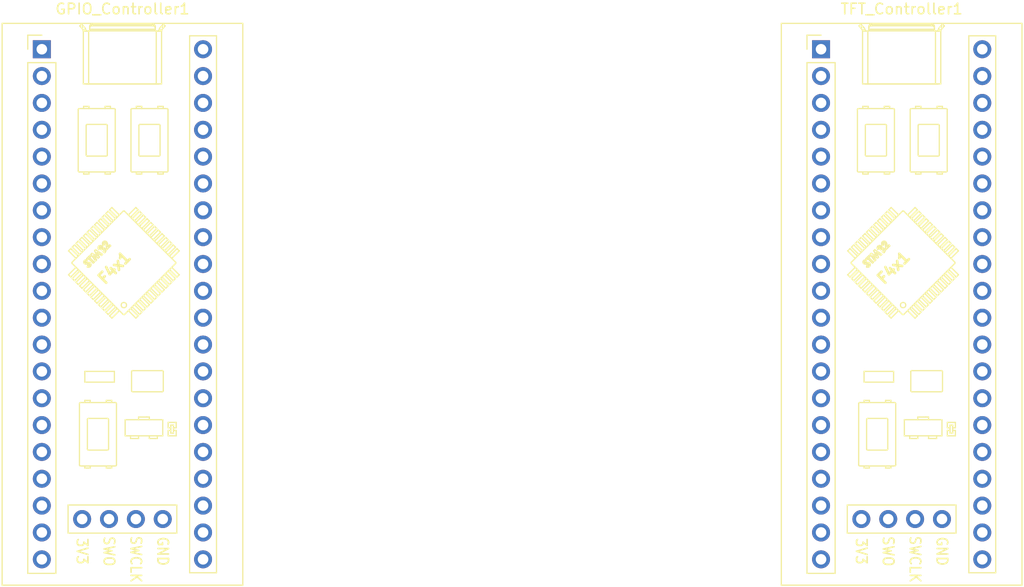
<source format=kicad_pcb>
(kicad_pcb (version 20211014) (generator pcbnew)
  (layers (0 "F.Cu" signal) (31 "B.Cu" signal) (34 "B.Paste" user) (35 "F.Paste" user) (36 "B.SilkS" user "B.Silkscreen") (37 "F.SilkS" user "F.Silkscreen") (38 "B.Mask" user) (39 "F.Mask" user) (44 "Edge.Cuts" user))
  (net 0 "")
  (net 8 "Net-(TFT_Controller1-Pad9)")
  (net 9 "Net-(TFT_Controller1-Pad8)")
  (net 19 "GND")
  (footprint "blackpill_grados73:GRADOS73_BlackPill_F411_SWD" (layer "F.Cu") (at 71.12 53.34)
    (fp_text reference "GPIO_Controller1" (at 7.62 -3.81) (layer "F.SilkS"))
    (fp_text value "BlackPill_v2.0_F411_grados73" hide)
    (fp_text user "SWCLK" (at 8.89 48.26 270 unlocked) (layer "F.SilkS") (effects (font (size 1 0.9))))
    (fp_text user "3V3" (at 3.81 47.498 270 unlocked) (layer "F.SilkS") (effects (font (size 1 0.9))))
    (fp_text user "SWO" (at 6.35 47.498 270 unlocked) (layer "F.SilkS") (effects (font (size 1 0.9))))
    (fp_text user "F4x1" (at 6.858 20.6756 45 unlocked) (layer "F.SilkS") (effects (font (thickness 0.25))))
    (fp_text user "GND" (at 11.43 47.498 270 unlocked) (layer "F.SilkS") (effects (font (size 1 0.9))))
    (pad "1" thru_hole circle (at 15.24 48.26) (size 1.7 1.7) (drill 1) (layers *.Cu *.Mask))
    (pad "2" thru_hole circle (at 15.24 45.72) (size 1.7 1.7) (drill 1) (layers *.Cu *.Mask))
    (pad "3" thru_hole circle (at 15.24 43.18) (size 1.7 1.7) (drill 1) (layers *.Cu *.Mask))
    (pad "4" thru_hole circle (at 15.24 40.64) (size 1.7 1.7) (drill 1) (layers *.Cu *.Mask))
    (pad "5" thru_hole circle (at 15.24 38.1) (size 1.7 1.7) (drill 1) (layers *.Cu *.Mask))
    (pad "6" thru_hole circle (at 15.24 35.56) (size 1.7 1.7) (drill 1) (layers *.Cu *.Mask))
    (pad "7" thru_hole circle (at 15.24 33.02) (size 1.7 1.7) (drill 1) (layers *.Cu *.Mask))
    (pad "8" thru_hole circle (at 15.24 30.48) (size 1.7 1.7) (drill 1) (layers *.Cu *.Mask) (net 8 "Net-(TFT_Controller1-Pad9)"))
    (pad "9" thru_hole circle (at 15.24 27.94) (size 1.7 1.7) (drill 1) (layers *.Cu *.Mask) (net 9 "Net-(TFT_Controller1-Pad8)"))
    (pad "10" thru_hole circle (at 15.24 25.4) (size 1.7 1.7) (drill 1) (layers *.Cu *.Mask))
    (pad "11" thru_hole circle (at 15.24 22.86) (size 1.7 1.7) (drill 1) (layers *.Cu *.Mask))
    (pad "12" thru_hole circle (at 15.24 20.32) (size 1.7 1.7) (drill 1) (layers *.Cu *.Mask))
    (pad "13" thru_hole circle (at 15.24 17.78) (size 1.7 1.7) (drill 1) (layers *.Cu *.Mask))
    (pad "14" thru_hole circle (at 15.24 15.24) (size 1.7 1.7) (drill 1) (layers *.Cu *.Mask))
    (pad "15" thru_hole circle (at 15.24 12.7) (size 1.7 1.7) (drill 1) (layers *.Cu *.Mask))
    (pad "16" thru_hole circle (at 15.24 10.16) (size 1.7 1.7) (drill 1) (layers *.Cu *.Mask))
    (pad "17" thru_hole circle (at 15.24 7.62) (size 1.7 1.7) (drill 1) (layers *.Cu *.Mask))
    (pad "18" thru_hole circle (at 15.24 5.08) (size 1.7 1.7) (drill 1) (layers *.Cu *.Mask))
    (pad "19" thru_hole circle (at 15.24 2.54) (size 1.7 1.7) (drill 1) (layers *.Cu *.Mask) (net 19 "GND"))
    (pad "20" thru_hole circle (at 15.24 0) (size 1.7 1.7) (drill 1) (layers *.Cu *.Mask))
    (pad "21" thru_hole rect (at 0 0) (size 1.7 1.7) (drill 1) (layers *.Cu *.Mask))
    (pad "22" thru_hole circle (at 0 2.54) (size 1.7 1.7) (drill 1) (layers *.Cu *.Mask))
    (pad "23" thru_hole circle (at 0 5.08) (size 1.7 1.7) (drill 1) (layers *.Cu *.Mask))
    (pad "24" thru_hole circle (at 0 7.62) (size 1.7 1.7) (drill 1) (layers *.Cu *.Mask))
    (pad "25" thru_hole circle (at 0 10.16) (size 1.7 1.7) (drill 1) (layers *.Cu *.Mask))
    (pad "26" thru_hole circle (at 0 12.7) (size 1.7 1.7) (drill 1) (layers *.Cu *.Mask))
    (pad "27" thru_hole circle (at 0 15.24) (size 1.7 1.7) (drill 1) (layers *.Cu *.Mask))
    (pad "28" thru_hole circle (at 0 17.78) (size 1.7 1.7) (drill 1) (layers *.Cu *.Mask))
    (pad "29" thru_hole circle (at 0 20.32) (size 1.7 1.7) (drill 1) (layers *.Cu *.Mask))
    (pad "30" thru_hole circle (at 0 22.86) (size 1.7 1.7) (drill 1) (layers *.Cu *.Mask))
    (pad "31" thru_hole circle (at 0 25.4) (size 1.7 1.7) (drill 1) (layers *.Cu *.Mask))
    (pad "32" thru_hole circle (at 0 27.94) (size 1.7 1.7) (drill 1) (layers *.Cu *.Mask))
    (pad "33" thru_hole circle (at 0 30.48) (size 1.7 1.7) (drill 1) (layers *.Cu *.Mask))
    (pad "34" thru_hole circle (at 0 33.02) (size 1.7 1.7) (drill 1) (layers *.Cu *.Mask))
    (pad "35" thru_hole circle (at 0 35.56) (size 1.7 1.7) (drill 1) (layers *.Cu *.Mask))
    (pad "36" thru_hole circle (at 0 38.1) (size 1.7 1.7) (drill 1) (layers *.Cu *.Mask))
    (pad "37" thru_hole circle (at 0 40.64) (size 1.7 1.7) (drill 1) (layers *.Cu *.Mask))
    (pad "38" thru_hole circle (at 0 43.18) (size 1.7 1.7) (drill 1) (layers *.Cu *.Mask))
    (pad "39" thru_hole circle (at 0 45.72) (size 1.7 1.7) (drill 1) (layers *.Cu *.Mask))
    (pad "40" thru_hole circle (at 0 48.26) (size 1.7 1.7) (drill 1) (layers *.Cu *.Mask))
    (pad "41" thru_hole circle (at 11.43 44.45) (size 1.7 1.7) (drill 1) (layers *.Cu *.Mask))
    (pad "42" thru_hole circle (at 8.89 44.45) (size 1.7 1.7) (drill 1) (layers *.Cu *.Mask))
    (pad "43" thru_hole circle (at 6.35 44.45) (size 1.7 1.7) (drill 1) (layers *.Cu *.Mask))
    (pad "44" thru_hole circle (at 3.81 44.45) (size 1.7 1.7) (drill 1) (layers *.Cu *.Mask))
  )
  (footprint "blackpill_grados73:GRADOS73_BlackPill_F411_SWD" (layer "F.Cu") (at 144.78 53.34)
    (fp_text reference "TFT_Controller1" (at 7.62 -3.81) (layer "F.SilkS"))
    (fp_text value "BlackPill_v2.0_F411_grados73" hide)
    (fp_text user "3V3" (at 3.81 47.498 270 unlocked) (layer "F.SilkS") (effects (font (size 1 0.9))))
    (fp_text user "F4x1" (at 6.858 20.6756 45 unlocked) (layer "F.SilkS") (effects (font (thickness 0.25))))
    (fp_text user "GND" (at 11.43 47.498 270 unlocked) (layer "F.SilkS") (effects (font (size 1 0.9))))
    (fp_text user "SWO" (at 6.35 47.498 270 unlocked) (layer "F.SilkS") (effects (font (size 1 0.9))))
    (fp_text user "SWCLK" (at 8.89 48.26 270 unlocked) (layer "F.SilkS") (effects (font (size 1 0.9))))
    (pad "1" thru_hole circle (at 15.24 48.26) (size 1.7 1.7) (drill 1) (layers *.Cu *.Mask))
    (pad "2" thru_hole circle (at 15.24 45.72) (size 1.7 1.7) (drill 1) (layers *.Cu *.Mask))
    (pad "3" thru_hole circle (at 15.24 43.18) (size 1.7 1.7) (drill 1) (layers *.Cu *.Mask))
    (pad "4" thru_hole circle (at 15.24 40.64) (size 1.7 1.7) (drill 1) (layers *.Cu *.Mask))
    (pad "5" thru_hole circle (at 15.24 38.1) (size 1.7 1.7) (drill 1) (layers *.Cu *.Mask))
    (pad "6" thru_hole circle (at 15.24 35.56) (size 1.7 1.7) (drill 1) (layers *.Cu *.Mask))
    (pad "7" thru_hole circle (at 15.24 33.02) (size 1.7 1.7) (drill 1) (layers *.Cu *.Mask))
    (pad "8" thru_hole circle (at 15.24 30.48) (size 1.7 1.7) (drill 1) (layers *.Cu *.Mask) (net 9 "Net-(TFT_Controller1-Pad8)"))
    (pad "9" thru_hole circle (at 15.24 27.94) (size 1.7 1.7) (drill 1) (layers *.Cu *.Mask) (net 8 "Net-(TFT_Controller1-Pad9)"))
    (pad "10" thru_hole circle (at 15.24 25.4) (size 1.7 1.7) (drill 1) (layers *.Cu *.Mask))
    (pad "11" thru_hole circle (at 15.24 22.86) (size 1.7 1.7) (drill 1) (layers *.Cu *.Mask))
    (pad "12" thru_hole circle (at 15.24 20.32) (size 1.7 1.7) (drill 1) (layers *.Cu *.Mask))
    (pad "13" thru_hole circle (at 15.24 17.78) (size 1.7 1.7) (drill 1) (layers *.Cu *.Mask))
    (pad "14" thru_hole circle (at 15.24 15.24) (size 1.7 1.7) (drill 1) (layers *.Cu *.Mask))
    (pad "15" thru_hole circle (at 15.24 12.7) (size 1.7 1.7) (drill 1) (layers *.Cu *.Mask))
    (pad "16" thru_hole circle (at 15.24 10.16) (size 1.7 1.7) (drill 1) (layers *.Cu *.Mask))
    (pad "17" thru_hole circle (at 15.24 7.62) (size 1.7 1.7) (drill 1) (layers *.Cu *.Mask))
    (pad "18" thru_hole circle (at 15.24 5.08) (size 1.7 1.7) (drill 1) (layers *.Cu *.Mask))
    (pad "19" thru_hole circle (at 15.24 2.54) (size 1.7 1.7) (drill 1) (layers *.Cu *.Mask))
    (pad "20" thru_hole circle (at 15.24 0) (size 1.7 1.7) (drill 1) (layers *.Cu *.Mask))
    (pad "21" thru_hole rect (at 0 0) (size 1.7 1.7) (drill 1) (layers *.Cu *.Mask))
    (pad "22" thru_hole circle (at 0 2.54) (size 1.7 1.7) (drill 1) (layers *.Cu *.Mask))
    (pad "23" thru_hole circle (at 0 5.08) (size 1.7 1.7) (drill 1) (layers *.Cu *.Mask))
    (pad "24" thru_hole circle (at 0 7.62) (size 1.7 1.7) (drill 1) (layers *.Cu *.Mask))
    (pad "25" thru_hole circle (at 0 10.16) (size 1.7 1.7) (drill 1) (layers *.Cu *.Mask))
    (pad "26" thru_hole circle (at 0 12.7) (size 1.7 1.7) (drill 1) (layers *.Cu *.Mask))
    (pad "27" thru_hole circle (at 0 15.24) (size 1.7 1.7) (drill 1) (layers *.Cu *.Mask))
    (pad "28" thru_hole circle (at 0 17.78) (size 1.7 1.7) (drill 1) (layers *.Cu *.Mask))
    (pad "29" thru_hole circle (at 0 20.32) (size 1.7 1.7) (drill 1) (layers *.Cu *.Mask))
    (pad "30" thru_hole circle (at 0 22.86) (size 1.7 1.7) (drill 1) (layers *.Cu *.Mask))
    (pad "31" thru_hole circle (at 0 25.4) (size 1.7 1.7) (drill 1) (layers *.Cu *.Mask))
    (pad "32" thru_hole circle (at 0 27.94) (size 1.7 1.7) (drill 1) (layers *.Cu *.Mask))
    (pad "33" thru_hole circle (at 0 30.48) (size 1.7 1.7) (drill 1) (layers *.Cu *.Mask))
    (pad "34" thru_hole circle (at 0 33.02) (size 1.7 1.7) (drill 1) (layers *.Cu *.Mask))
    (pad "35" thru_hole circle (at 0 35.56) (size 1.7 1.7) (drill 1) (layers *.Cu *.Mask))
    (pad "36" thru_hole circle (at 0 38.1) (size 1.7 1.7) (drill 1) (layers *.Cu *.Mask))
    (pad "37" thru_hole circle (at 0 40.64) (size 1.7 1.7) (drill 1) (layers *.Cu *.Mask))
    (pad "38" thru_hole circle (at 0 43.18) (size 1.7 1.7) (drill 1) (layers *.Cu *.Mask))
    (pad "39" thru_hole circle (at 0 45.72) (size 1.7 1.7) (drill 1) (layers *.Cu *.Mask))
    (pad "40" thru_hole circle (at 0 48.26) (size 1.7 1.7) (drill 1) (layers *.Cu *.Mask))
    (pad "41" thru_hole circle (at 11.43 44.45) (size 1.7 1.7) (drill 1) (layers *.Cu *.Mask))
    (pad "42" thru_hole circle (at 8.89 44.45) (size 1.7 1.7) (drill 1) (layers *.Cu *.Mask))
    (pad "43" thru_hole circle (at 6.35 44.45) (size 1.7 1.7) (drill 1) (layers *.Cu *.Mask))
    (pad "44" thru_hole circle (at 3.81 44.45) (size 1.7 1.7) (drill 1) (layers *.Cu *.Mask))
  )
)
</source>
